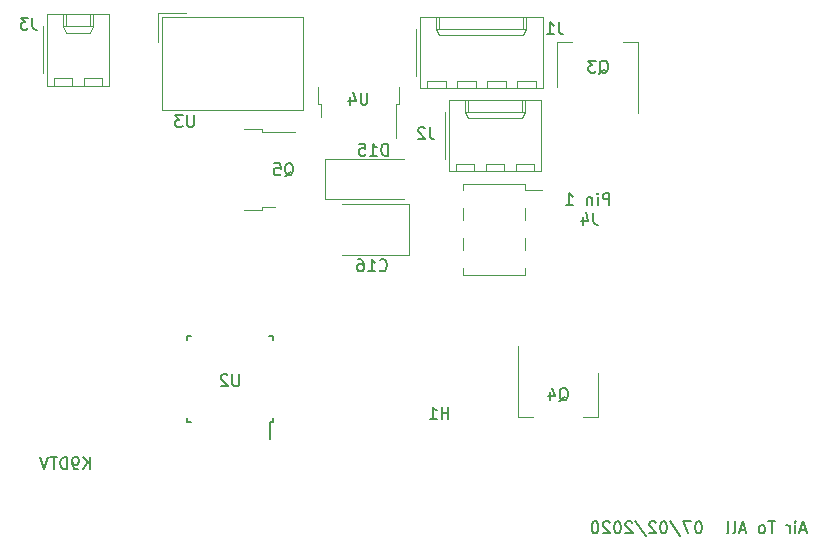
<source format=gbr>
G04 #@! TF.GenerationSoftware,KiCad,Pcbnew,(5.1.5)-3*
G04 #@! TF.CreationDate,2020-08-02T12:18:10-07:00*
G04 #@! TF.ProjectId,4-mill-vent,342d6d69-6c6c-42d7-9665-6e742e6b6963,rev?*
G04 #@! TF.SameCoordinates,Original*
G04 #@! TF.FileFunction,Legend,Bot*
G04 #@! TF.FilePolarity,Positive*
%FSLAX46Y46*%
G04 Gerber Fmt 4.6, Leading zero omitted, Abs format (unit mm)*
G04 Created by KiCad (PCBNEW (5.1.5)-3) date 2020-08-02 12:18:10*
%MOMM*%
%LPD*%
G04 APERTURE LIST*
%ADD10C,0.150000*%
%ADD11C,0.120000*%
G04 APERTURE END LIST*
D10*
X153701523Y-85923380D02*
X153701523Y-84923380D01*
X153320571Y-84923380D01*
X153225333Y-84971000D01*
X153177714Y-85018619D01*
X153130095Y-85113857D01*
X153130095Y-85256714D01*
X153177714Y-85351952D01*
X153225333Y-85399571D01*
X153320571Y-85447190D01*
X153701523Y-85447190D01*
X152701523Y-85923380D02*
X152701523Y-85256714D01*
X152701523Y-84923380D02*
X152749142Y-84971000D01*
X152701523Y-85018619D01*
X152653904Y-84971000D01*
X152701523Y-84923380D01*
X152701523Y-85018619D01*
X152225333Y-85256714D02*
X152225333Y-85923380D01*
X152225333Y-85351952D02*
X152177714Y-85304333D01*
X152082476Y-85256714D01*
X151939619Y-85256714D01*
X151844380Y-85304333D01*
X151796761Y-85399571D01*
X151796761Y-85923380D01*
X150034857Y-85923380D02*
X150606285Y-85923380D01*
X150320571Y-85923380D02*
X150320571Y-84923380D01*
X150415809Y-85066238D01*
X150511047Y-85161476D01*
X150606285Y-85209095D01*
X109743619Y-108275380D02*
X109743619Y-107275380D01*
X109172190Y-108275380D02*
X109600761Y-107703952D01*
X109172190Y-107275380D02*
X109743619Y-107846809D01*
X108696000Y-108275380D02*
X108505523Y-108275380D01*
X108410285Y-108227761D01*
X108362666Y-108180142D01*
X108267428Y-108037285D01*
X108219809Y-107846809D01*
X108219809Y-107465857D01*
X108267428Y-107370619D01*
X108315047Y-107323000D01*
X108410285Y-107275380D01*
X108600761Y-107275380D01*
X108696000Y-107323000D01*
X108743619Y-107370619D01*
X108791238Y-107465857D01*
X108791238Y-107703952D01*
X108743619Y-107799190D01*
X108696000Y-107846809D01*
X108600761Y-107894428D01*
X108410285Y-107894428D01*
X108315047Y-107846809D01*
X108267428Y-107799190D01*
X108219809Y-107703952D01*
X107791238Y-108275380D02*
X107791238Y-107275380D01*
X107553142Y-107275380D01*
X107410285Y-107323000D01*
X107315047Y-107418238D01*
X107267428Y-107513476D01*
X107219809Y-107703952D01*
X107219809Y-107846809D01*
X107267428Y-108037285D01*
X107315047Y-108132523D01*
X107410285Y-108227761D01*
X107553142Y-108275380D01*
X107791238Y-108275380D01*
X106934095Y-107275380D02*
X106362666Y-107275380D01*
X106648380Y-108275380D02*
X106648380Y-107275380D01*
X106172190Y-107275380D02*
X105838857Y-108275380D01*
X105505523Y-107275380D01*
X170356333Y-113416666D02*
X169880142Y-113416666D01*
X170451571Y-113702380D02*
X170118238Y-112702380D01*
X169784904Y-113702380D01*
X169451571Y-113702380D02*
X169451571Y-113035714D01*
X169451571Y-112702380D02*
X169499190Y-112750000D01*
X169451571Y-112797619D01*
X169403952Y-112750000D01*
X169451571Y-112702380D01*
X169451571Y-112797619D01*
X168975380Y-113702380D02*
X168975380Y-113035714D01*
X168975380Y-113226190D02*
X168927761Y-113130952D01*
X168880142Y-113083333D01*
X168784904Y-113035714D01*
X168689666Y-113035714D01*
X167737285Y-112702380D02*
X167165857Y-112702380D01*
X167451571Y-113702380D02*
X167451571Y-112702380D01*
X166689666Y-113702380D02*
X166784904Y-113654761D01*
X166832523Y-113607142D01*
X166880142Y-113511904D01*
X166880142Y-113226190D01*
X166832523Y-113130952D01*
X166784904Y-113083333D01*
X166689666Y-113035714D01*
X166546809Y-113035714D01*
X166451571Y-113083333D01*
X166403952Y-113130952D01*
X166356333Y-113226190D01*
X166356333Y-113511904D01*
X166403952Y-113607142D01*
X166451571Y-113654761D01*
X166546809Y-113702380D01*
X166689666Y-113702380D01*
X165213476Y-113416666D02*
X164737285Y-113416666D01*
X165308714Y-113702380D02*
X164975380Y-112702380D01*
X164642047Y-113702380D01*
X164165857Y-113702380D02*
X164261095Y-113654761D01*
X164308714Y-113559523D01*
X164308714Y-112702380D01*
X163642047Y-113702380D02*
X163737285Y-113654761D01*
X163784904Y-113559523D01*
X163784904Y-112702380D01*
X161291571Y-112702380D02*
X161196333Y-112702380D01*
X161101095Y-112750000D01*
X161053476Y-112797619D01*
X161005857Y-112892857D01*
X160958238Y-113083333D01*
X160958238Y-113321428D01*
X161005857Y-113511904D01*
X161053476Y-113607142D01*
X161101095Y-113654761D01*
X161196333Y-113702380D01*
X161291571Y-113702380D01*
X161386809Y-113654761D01*
X161434428Y-113607142D01*
X161482047Y-113511904D01*
X161529666Y-113321428D01*
X161529666Y-113083333D01*
X161482047Y-112892857D01*
X161434428Y-112797619D01*
X161386809Y-112750000D01*
X161291571Y-112702380D01*
X160624904Y-112702380D02*
X159958238Y-112702380D01*
X160386809Y-113702380D01*
X158863000Y-112654761D02*
X159720142Y-113940476D01*
X158339190Y-112702380D02*
X158243952Y-112702380D01*
X158148714Y-112750000D01*
X158101095Y-112797619D01*
X158053476Y-112892857D01*
X158005857Y-113083333D01*
X158005857Y-113321428D01*
X158053476Y-113511904D01*
X158101095Y-113607142D01*
X158148714Y-113654761D01*
X158243952Y-113702380D01*
X158339190Y-113702380D01*
X158434428Y-113654761D01*
X158482047Y-113607142D01*
X158529666Y-113511904D01*
X158577285Y-113321428D01*
X158577285Y-113083333D01*
X158529666Y-112892857D01*
X158482047Y-112797619D01*
X158434428Y-112750000D01*
X158339190Y-112702380D01*
X157624904Y-112797619D02*
X157577285Y-112750000D01*
X157482047Y-112702380D01*
X157243952Y-112702380D01*
X157148714Y-112750000D01*
X157101095Y-112797619D01*
X157053476Y-112892857D01*
X157053476Y-112988095D01*
X157101095Y-113130952D01*
X157672523Y-113702380D01*
X157053476Y-113702380D01*
X155910619Y-112654761D02*
X156767761Y-113940476D01*
X155624904Y-112797619D02*
X155577285Y-112750000D01*
X155482047Y-112702380D01*
X155243952Y-112702380D01*
X155148714Y-112750000D01*
X155101095Y-112797619D01*
X155053476Y-112892857D01*
X155053476Y-112988095D01*
X155101095Y-113130952D01*
X155672523Y-113702380D01*
X155053476Y-113702380D01*
X154434428Y-112702380D02*
X154339190Y-112702380D01*
X154243952Y-112750000D01*
X154196333Y-112797619D01*
X154148714Y-112892857D01*
X154101095Y-113083333D01*
X154101095Y-113321428D01*
X154148714Y-113511904D01*
X154196333Y-113607142D01*
X154243952Y-113654761D01*
X154339190Y-113702380D01*
X154434428Y-113702380D01*
X154529666Y-113654761D01*
X154577285Y-113607142D01*
X154624904Y-113511904D01*
X154672523Y-113321428D01*
X154672523Y-113083333D01*
X154624904Y-112892857D01*
X154577285Y-112797619D01*
X154529666Y-112750000D01*
X154434428Y-112702380D01*
X153720142Y-112797619D02*
X153672523Y-112750000D01*
X153577285Y-112702380D01*
X153339190Y-112702380D01*
X153243952Y-112750000D01*
X153196333Y-112797619D01*
X153148714Y-112892857D01*
X153148714Y-112988095D01*
X153196333Y-113130952D01*
X153767761Y-113702380D01*
X153148714Y-113702380D01*
X152529666Y-112702380D02*
X152434428Y-112702380D01*
X152339190Y-112750000D01*
X152291571Y-112797619D01*
X152243952Y-112892857D01*
X152196333Y-113083333D01*
X152196333Y-113321428D01*
X152243952Y-113511904D01*
X152291571Y-113607142D01*
X152339190Y-113654761D01*
X152434428Y-113702380D01*
X152529666Y-113702380D01*
X152624904Y-113654761D01*
X152672523Y-113607142D01*
X152720142Y-113511904D01*
X152767761Y-113321428D01*
X152767761Y-113083333D01*
X152720142Y-112892857D01*
X152672523Y-112797619D01*
X152624904Y-112750000D01*
X152529666Y-112702380D01*
X125223300Y-104294300D02*
X124998300Y-104294300D01*
X125223300Y-97044300D02*
X124898300Y-97044300D01*
X117973300Y-97044300D02*
X118298300Y-97044300D01*
X117973300Y-104294300D02*
X118298300Y-104294300D01*
X125223300Y-104294300D02*
X125223300Y-103969300D01*
X117973300Y-104294300D02*
X117973300Y-103969300D01*
X117973300Y-97044300D02*
X117973300Y-97369300D01*
X125223300Y-97044300D02*
X125223300Y-97369300D01*
X124998300Y-104294300D02*
X124998300Y-105719300D01*
D11*
X129281000Y-77400000D02*
X129281000Y-78500000D01*
X129011000Y-77400000D02*
X129281000Y-77400000D01*
X129011000Y-75900000D02*
X129011000Y-77400000D01*
X135641000Y-77400000D02*
X135641000Y-80230000D01*
X135911000Y-77400000D02*
X135641000Y-77400000D01*
X135911000Y-75900000D02*
X135911000Y-77400000D01*
X115833000Y-70016000D02*
X115833000Y-77866000D01*
X115833000Y-77866000D02*
X127773000Y-77866000D01*
X127773000Y-77866000D02*
X127773000Y-70016000D01*
X127773000Y-70016000D02*
X115833000Y-70016000D01*
X115503000Y-72136000D02*
X115503000Y-69686000D01*
X115503000Y-69686000D02*
X117833000Y-69686000D01*
X124263000Y-86111000D02*
X125363000Y-86111000D01*
X124263000Y-86381000D02*
X124263000Y-86111000D01*
X122763000Y-86381000D02*
X124263000Y-86381000D01*
X124263000Y-79751000D02*
X127093000Y-79751000D01*
X124263000Y-79481000D02*
X124263000Y-79751000D01*
X122763000Y-79481000D02*
X124263000Y-79481000D01*
X147358000Y-82440000D02*
X147358000Y-83040000D01*
X145758000Y-82440000D02*
X147358000Y-82440000D01*
X145758000Y-83040000D02*
X145758000Y-82440000D01*
X144818000Y-82440000D02*
X144818000Y-83040000D01*
X143218000Y-82440000D02*
X144818000Y-82440000D01*
X143218000Y-83040000D02*
X143218000Y-82440000D01*
X142278000Y-82440000D02*
X142278000Y-83040000D01*
X140678000Y-82440000D02*
X142278000Y-82440000D01*
X140678000Y-83040000D02*
X140678000Y-82440000D01*
X146308000Y-77020000D02*
X146308000Y-78020000D01*
X141728000Y-77020000D02*
X141728000Y-78020000D01*
X146308000Y-78550000D02*
X146558000Y-78020000D01*
X141728000Y-78550000D02*
X146308000Y-78550000D01*
X141478000Y-78020000D02*
X141728000Y-78550000D01*
X146558000Y-78020000D02*
X146558000Y-77020000D01*
X141478000Y-78020000D02*
X146558000Y-78020000D01*
X141478000Y-77020000D02*
X141478000Y-78020000D01*
X139808000Y-82010000D02*
X139808000Y-78010000D01*
X147938000Y-83040000D02*
X140098000Y-83040000D01*
X147938000Y-77020000D02*
X147938000Y-83040000D01*
X140098000Y-77020000D02*
X147938000Y-77020000D01*
X140098000Y-83040000D02*
X140098000Y-77020000D01*
X136773000Y-85861000D02*
X131073000Y-85861000D01*
X136773000Y-90161000D02*
X131073000Y-90161000D01*
X136773000Y-85861000D02*
X136773000Y-90161000D01*
X129590000Y-81983000D02*
X136350000Y-81983000D01*
X129590000Y-85403000D02*
X129590000Y-81983000D01*
X136350000Y-85403000D02*
X129590000Y-85403000D01*
X110782000Y-75201000D02*
X110782000Y-75801000D01*
X109182000Y-75201000D02*
X110782000Y-75201000D01*
X109182000Y-75801000D02*
X109182000Y-75201000D01*
X108242000Y-75201000D02*
X108242000Y-75801000D01*
X106642000Y-75201000D02*
X108242000Y-75201000D01*
X106642000Y-75801000D02*
X106642000Y-75201000D01*
X109732000Y-69781000D02*
X109732000Y-70781000D01*
X107692000Y-69781000D02*
X107692000Y-70781000D01*
X109732000Y-71311000D02*
X109982000Y-70781000D01*
X107692000Y-71311000D02*
X109732000Y-71311000D01*
X107442000Y-70781000D02*
X107692000Y-71311000D01*
X109982000Y-70781000D02*
X109982000Y-69781000D01*
X107442000Y-70781000D02*
X109982000Y-70781000D01*
X107442000Y-69781000D02*
X107442000Y-70781000D01*
X105772000Y-74771000D02*
X105772000Y-70771000D01*
X111362000Y-75801000D02*
X106062000Y-75801000D01*
X111362000Y-69781000D02*
X111362000Y-75801000D01*
X106062000Y-69781000D02*
X111362000Y-69781000D01*
X106062000Y-75801000D02*
X106062000Y-69781000D01*
X145942000Y-97881000D02*
X145942000Y-103891000D01*
X152762000Y-100131000D02*
X152762000Y-103891000D01*
X145942000Y-103891000D02*
X147202000Y-103891000D01*
X152762000Y-103891000D02*
X151502000Y-103891000D01*
X156092000Y-78161000D02*
X156092000Y-72151000D01*
X149272000Y-75911000D02*
X149272000Y-72151000D01*
X156092000Y-72151000D02*
X154832000Y-72151000D01*
X149272000Y-72151000D02*
X150532000Y-72151000D01*
X147462800Y-75436500D02*
X147462800Y-76036500D01*
X145862800Y-75436500D02*
X147462800Y-75436500D01*
X145862800Y-76036500D02*
X145862800Y-75436500D01*
X144922800Y-75436500D02*
X144922800Y-76036500D01*
X143322800Y-75436500D02*
X144922800Y-75436500D01*
X143322800Y-76036500D02*
X143322800Y-75436500D01*
X142382800Y-75436500D02*
X142382800Y-76036500D01*
X140782800Y-75436500D02*
X142382800Y-75436500D01*
X140782800Y-76036500D02*
X140782800Y-75436500D01*
X139842800Y-75436500D02*
X139842800Y-76036500D01*
X138242800Y-75436500D02*
X139842800Y-75436500D01*
X138242800Y-76036500D02*
X138242800Y-75436500D01*
X146412800Y-70016500D02*
X146412800Y-71016500D01*
X139292800Y-70016500D02*
X139292800Y-71016500D01*
X146412800Y-71546500D02*
X146662800Y-71016500D01*
X139292800Y-71546500D02*
X146412800Y-71546500D01*
X139042800Y-71016500D02*
X139292800Y-71546500D01*
X146662800Y-71016500D02*
X146662800Y-70016500D01*
X139042800Y-71016500D02*
X146662800Y-71016500D01*
X139042800Y-70016500D02*
X139042800Y-71016500D01*
X137372800Y-75006500D02*
X137372800Y-71006500D01*
X148042800Y-76036500D02*
X137662800Y-76036500D01*
X148042800Y-70016500D02*
X148042800Y-76036500D01*
X137662800Y-70016500D02*
X148042800Y-70016500D01*
X137662800Y-76036500D02*
X137662800Y-70016500D01*
X146542000Y-84101000D02*
X141342000Y-84101000D01*
X146542000Y-91841000D02*
X141342000Y-91841000D01*
X147982000Y-84671000D02*
X146542000Y-84671000D01*
X146542000Y-84101000D02*
X146542000Y-84671000D01*
X141342000Y-84101000D02*
X141342000Y-84671000D01*
X146542000Y-91271000D02*
X146542000Y-91841000D01*
X141342000Y-91271000D02*
X141342000Y-91841000D01*
X146542000Y-86191000D02*
X146542000Y-87211000D01*
X141342000Y-86191000D02*
X141342000Y-87211000D01*
X146542000Y-88731000D02*
X146542000Y-89751000D01*
X141342000Y-88731000D02*
X141342000Y-89751000D01*
D10*
X140080904Y-104028380D02*
X140080904Y-103028380D01*
X140080904Y-103504571D02*
X139509476Y-103504571D01*
X139509476Y-104028380D02*
X139509476Y-103028380D01*
X138509476Y-104028380D02*
X139080904Y-104028380D01*
X138795190Y-104028380D02*
X138795190Y-103028380D01*
X138890428Y-103171238D01*
X138985666Y-103266476D01*
X139080904Y-103314095D01*
X122360204Y-100248680D02*
X122360204Y-101058204D01*
X122312585Y-101153442D01*
X122264966Y-101201061D01*
X122169728Y-101248680D01*
X121979252Y-101248680D01*
X121884014Y-101201061D01*
X121836395Y-101153442D01*
X121788776Y-101058204D01*
X121788776Y-100248680D01*
X121360204Y-100343919D02*
X121312585Y-100296300D01*
X121217347Y-100248680D01*
X120979252Y-100248680D01*
X120884014Y-100296300D01*
X120836395Y-100343919D01*
X120788776Y-100439157D01*
X120788776Y-100534395D01*
X120836395Y-100677252D01*
X121407823Y-101248680D01*
X120788776Y-101248680D01*
X133222904Y-76414380D02*
X133222904Y-77223904D01*
X133175285Y-77319142D01*
X133127666Y-77366761D01*
X133032428Y-77414380D01*
X132841952Y-77414380D01*
X132746714Y-77366761D01*
X132699095Y-77319142D01*
X132651476Y-77223904D01*
X132651476Y-76414380D01*
X131746714Y-76747714D02*
X131746714Y-77414380D01*
X131984809Y-76366761D02*
X132222904Y-77081047D01*
X131603857Y-77081047D01*
X118514904Y-78298380D02*
X118514904Y-79107904D01*
X118467285Y-79203142D01*
X118419666Y-79250761D01*
X118324428Y-79298380D01*
X118133952Y-79298380D01*
X118038714Y-79250761D01*
X117991095Y-79203142D01*
X117943476Y-79107904D01*
X117943476Y-78298380D01*
X117562523Y-78298380D02*
X116943476Y-78298380D01*
X117276809Y-78679333D01*
X117133952Y-78679333D01*
X117038714Y-78726952D01*
X116991095Y-78774571D01*
X116943476Y-78869809D01*
X116943476Y-79107904D01*
X116991095Y-79203142D01*
X117038714Y-79250761D01*
X117133952Y-79298380D01*
X117419666Y-79298380D01*
X117514904Y-79250761D01*
X117562523Y-79203142D01*
X126206238Y-83478619D02*
X126301476Y-83431000D01*
X126396714Y-83335761D01*
X126539571Y-83192904D01*
X126634809Y-83145285D01*
X126730047Y-83145285D01*
X126682428Y-83383380D02*
X126777666Y-83335761D01*
X126872904Y-83240523D01*
X126920523Y-83050047D01*
X126920523Y-82716714D01*
X126872904Y-82526238D01*
X126777666Y-82431000D01*
X126682428Y-82383380D01*
X126491952Y-82383380D01*
X126396714Y-82431000D01*
X126301476Y-82526238D01*
X126253857Y-82716714D01*
X126253857Y-83050047D01*
X126301476Y-83240523D01*
X126396714Y-83335761D01*
X126491952Y-83383380D01*
X126682428Y-83383380D01*
X125349095Y-82383380D02*
X125825285Y-82383380D01*
X125872904Y-82859571D01*
X125825285Y-82811952D01*
X125730047Y-82764333D01*
X125491952Y-82764333D01*
X125396714Y-82811952D01*
X125349095Y-82859571D01*
X125301476Y-82954809D01*
X125301476Y-83192904D01*
X125349095Y-83288142D01*
X125396714Y-83335761D01*
X125491952Y-83383380D01*
X125730047Y-83383380D01*
X125825285Y-83335761D01*
X125872904Y-83288142D01*
X138509333Y-79335380D02*
X138509333Y-80049666D01*
X138556952Y-80192523D01*
X138652190Y-80287761D01*
X138795047Y-80335380D01*
X138890285Y-80335380D01*
X138080761Y-79430619D02*
X138033142Y-79383000D01*
X137937904Y-79335380D01*
X137699809Y-79335380D01*
X137604571Y-79383000D01*
X137556952Y-79430619D01*
X137509333Y-79525857D01*
X137509333Y-79621095D01*
X137556952Y-79763952D01*
X138128380Y-80335380D01*
X137509333Y-80335380D01*
X134945285Y-81732380D02*
X134945285Y-80732380D01*
X134707190Y-80732380D01*
X134564333Y-80780000D01*
X134469095Y-80875238D01*
X134421476Y-80970476D01*
X134373857Y-81160952D01*
X134373857Y-81303809D01*
X134421476Y-81494285D01*
X134469095Y-81589523D01*
X134564333Y-81684761D01*
X134707190Y-81732380D01*
X134945285Y-81732380D01*
X133421476Y-81732380D02*
X133992904Y-81732380D01*
X133707190Y-81732380D02*
X133707190Y-80732380D01*
X133802428Y-80875238D01*
X133897666Y-80970476D01*
X133992904Y-81018095D01*
X132516714Y-80732380D02*
X132992904Y-80732380D01*
X133040523Y-81208571D01*
X132992904Y-81160952D01*
X132897666Y-81113333D01*
X132659571Y-81113333D01*
X132564333Y-81160952D01*
X132516714Y-81208571D01*
X132469095Y-81303809D01*
X132469095Y-81541904D01*
X132516714Y-81637142D01*
X132564333Y-81684761D01*
X132659571Y-81732380D01*
X132897666Y-81732380D01*
X132992904Y-81684761D01*
X133040523Y-81637142D01*
X134246857Y-91416142D02*
X134294476Y-91463761D01*
X134437333Y-91511380D01*
X134532571Y-91511380D01*
X134675428Y-91463761D01*
X134770666Y-91368523D01*
X134818285Y-91273285D01*
X134865904Y-91082809D01*
X134865904Y-90939952D01*
X134818285Y-90749476D01*
X134770666Y-90654238D01*
X134675428Y-90559000D01*
X134532571Y-90511380D01*
X134437333Y-90511380D01*
X134294476Y-90559000D01*
X134246857Y-90606619D01*
X133294476Y-91511380D02*
X133865904Y-91511380D01*
X133580190Y-91511380D02*
X133580190Y-90511380D01*
X133675428Y-90654238D01*
X133770666Y-90749476D01*
X133865904Y-90797095D01*
X132437333Y-90511380D02*
X132627809Y-90511380D01*
X132723047Y-90559000D01*
X132770666Y-90606619D01*
X132865904Y-90749476D01*
X132913523Y-90939952D01*
X132913523Y-91320904D01*
X132865904Y-91416142D01*
X132818285Y-91463761D01*
X132723047Y-91511380D01*
X132532571Y-91511380D01*
X132437333Y-91463761D01*
X132389714Y-91416142D01*
X132342095Y-91320904D01*
X132342095Y-91082809D01*
X132389714Y-90987571D01*
X132437333Y-90939952D01*
X132532571Y-90892333D01*
X132723047Y-90892333D01*
X132818285Y-90939952D01*
X132865904Y-90987571D01*
X132913523Y-91082809D01*
X104854333Y-70064380D02*
X104854333Y-70778666D01*
X104901952Y-70921523D01*
X104997190Y-71016761D01*
X105140047Y-71064380D01*
X105235285Y-71064380D01*
X104473380Y-70064380D02*
X103854333Y-70064380D01*
X104187666Y-70445333D01*
X104044809Y-70445333D01*
X103949571Y-70492952D01*
X103901952Y-70540571D01*
X103854333Y-70635809D01*
X103854333Y-70873904D01*
X103901952Y-70969142D01*
X103949571Y-71016761D01*
X104044809Y-71064380D01*
X104330523Y-71064380D01*
X104425761Y-71016761D01*
X104473380Y-70969142D01*
X149447238Y-102528619D02*
X149542476Y-102481000D01*
X149637714Y-102385761D01*
X149780571Y-102242904D01*
X149875809Y-102195285D01*
X149971047Y-102195285D01*
X149923428Y-102433380D02*
X150018666Y-102385761D01*
X150113904Y-102290523D01*
X150161523Y-102100047D01*
X150161523Y-101766714D01*
X150113904Y-101576238D01*
X150018666Y-101481000D01*
X149923428Y-101433380D01*
X149732952Y-101433380D01*
X149637714Y-101481000D01*
X149542476Y-101576238D01*
X149494857Y-101766714D01*
X149494857Y-102100047D01*
X149542476Y-102290523D01*
X149637714Y-102385761D01*
X149732952Y-102433380D01*
X149923428Y-102433380D01*
X148637714Y-101766714D02*
X148637714Y-102433380D01*
X148875809Y-101385761D02*
X149113904Y-102100047D01*
X148494857Y-102100047D01*
X152837238Y-74798619D02*
X152932476Y-74751000D01*
X153027714Y-74655761D01*
X153170571Y-74512904D01*
X153265809Y-74465285D01*
X153361047Y-74465285D01*
X153313428Y-74703380D02*
X153408666Y-74655761D01*
X153503904Y-74560523D01*
X153551523Y-74370047D01*
X153551523Y-74036714D01*
X153503904Y-73846238D01*
X153408666Y-73751000D01*
X153313428Y-73703380D01*
X153122952Y-73703380D01*
X153027714Y-73751000D01*
X152932476Y-73846238D01*
X152884857Y-74036714D01*
X152884857Y-74370047D01*
X152932476Y-74560523D01*
X153027714Y-74655761D01*
X153122952Y-74703380D01*
X153313428Y-74703380D01*
X152551523Y-73703380D02*
X151932476Y-73703380D01*
X152265809Y-74084333D01*
X152122952Y-74084333D01*
X152027714Y-74131952D01*
X151980095Y-74179571D01*
X151932476Y-74274809D01*
X151932476Y-74512904D01*
X151980095Y-74608142D01*
X152027714Y-74655761D01*
X152122952Y-74703380D01*
X152408666Y-74703380D01*
X152503904Y-74655761D01*
X152551523Y-74608142D01*
X149431333Y-70445380D02*
X149431333Y-71159666D01*
X149478952Y-71302523D01*
X149574190Y-71397761D01*
X149717047Y-71445380D01*
X149812285Y-71445380D01*
X148431333Y-71445380D02*
X149002761Y-71445380D01*
X148717047Y-71445380D02*
X148717047Y-70445380D01*
X148812285Y-70588238D01*
X148907523Y-70683476D01*
X149002761Y-70731095D01*
X152352333Y-86574380D02*
X152352333Y-87288666D01*
X152399952Y-87431523D01*
X152495190Y-87526761D01*
X152638047Y-87574380D01*
X152733285Y-87574380D01*
X151447571Y-86907714D02*
X151447571Y-87574380D01*
X151685666Y-86526761D02*
X151923761Y-87241047D01*
X151304714Y-87241047D01*
M02*

</source>
